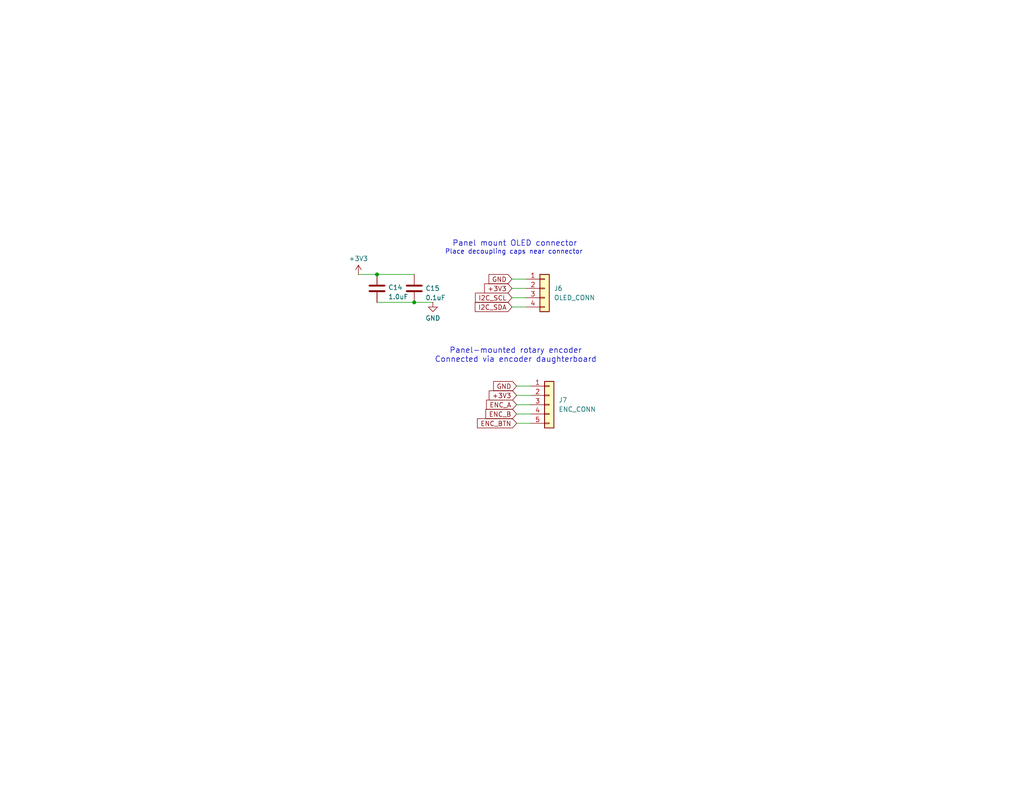
<source format=kicad_sch>
(kicad_sch (version 20250114) (generator "eeschema") (generator_version "9.0")
  (paper "USLetter")
  (title_block (title "MeatReader UI") (date "2026-01-17") (rev "B"))
  (lib_symbols
    (symbol "Connector_Generic:Conn_01x04" (pin_names (offset 1.016) (hide yes))
      (property "Reference" "J" (at 0 5.08 0))
      (property "Value" "Conn_01x04" (at 0 -7.62 0))
      (symbol "Conn_01x04_1_1"
        (rectangle (start -1.27 3.81) (end 1.27 -6.35) (stroke (width 0.254)) (fill (type background)))
        (rectangle (start -1.27 2.667) (end 0 2.413) (stroke (width 0.1524)))
        (rectangle (start -1.27 0.127) (end 0 -0.127) (stroke (width 0.1524)))
        (rectangle (start -1.27 -2.413) (end 0 -2.667) (stroke (width 0.1524)))
        (rectangle (start -1.27 -4.953) (end 0 -5.207) (stroke (width 0.1524)))
        (pin passive line (at -5.08 2.54 0) (length 3.81) (name "Pin_1") (number "1"))
        (pin passive line (at -5.08 0 0) (length 3.81) (name "Pin_2") (number "2"))
        (pin passive line (at -5.08 -2.54 0) (length 3.81) (name "Pin_3") (number "3"))
        (pin passive line (at -5.08 -5.08 0) (length 3.81) (name "Pin_4") (number "4"))
      )
    )
    (symbol "Connector_Generic:Conn_01x05" (pin_names (offset 1.016) (hide yes))
      (property "Reference" "J" (at 0 7.62 0))
      (property "Value" "Conn_01x05" (at 0 -7.62 0))
      (symbol "Conn_01x05_1_1"
        (rectangle (start -1.27 6.35) (end 1.27 -6.35) (stroke (width 0.254)) (fill (type background)))
        (rectangle (start -1.27 5.207) (end 0 4.953) (stroke (width 0.1524)))
        (rectangle (start -1.27 2.667) (end 0 2.413) (stroke (width 0.1524)))
        (rectangle (start -1.27 0.127) (end 0 -0.127) (stroke (width 0.1524)))
        (rectangle (start -1.27 -2.413) (end 0 -2.667) (stroke (width 0.1524)))
        (rectangle (start -1.27 -4.953) (end 0 -5.207) (stroke (width 0.1524)))
        (pin passive line (at -5.08 5.08 0) (length 3.81) (name "Pin_1") (number "1"))
        (pin passive line (at -5.08 2.54 0) (length 3.81) (name "Pin_2") (number "2"))
        (pin passive line (at -5.08 0 0) (length 3.81) (name "Pin_3") (number "3"))
        (pin passive line (at -5.08 -2.54 0) (length 3.81) (name "Pin_4") (number "4"))
        (pin passive line (at -5.08 -5.08 0) (length 3.81) (name "Pin_5") (number "5"))
      )
    )
    (symbol "Device:C" (pin_numbers (hide yes)) (pin_names (offset 0.254))
      (property "Reference" "C" (at 0.635 2.54 0))
      (property "Value" "C" (at 0.635 -2.54 0))
      (symbol "C_0_1"
        (polyline (pts (xy -2.032 0.762) (xy 2.032 0.762)) (stroke (width 0.508)))
        (polyline (pts (xy -2.032 -0.762) (xy 2.032 -0.762)) (stroke (width 0.508)))
      )
      (symbol "C_1_1"
        (pin passive line (at 0 3.81 270) (length 2.794) (name "~") (number "1"))
        (pin passive line (at 0 -3.81 90) (length 2.794) (name "~") (number "2"))
      )
    )
    (symbol "power:+3V3" (power) (pin_numbers (hide yes)) (pin_names (offset 0) (hide yes))
      (property "Value" "+3V3" (at 0 3.556 0))
      (symbol "+3V3_0_1"
        (polyline (pts (xy -0.762 1.27) (xy 0 2.54)))
        (polyline (pts (xy 0 2.54) (xy 0.762 1.27)))
        (polyline (pts (xy 0 0) (xy 0 2.54)))
      )
      (symbol "+3V3_1_1"
        (pin power_in line (at 0 0 90) (length 0) (name "~") (number "1"))
      )
    )
    (symbol "power:GND" (power) (pin_numbers (hide yes)) (pin_names (offset 0) (hide yes))
      (property "Value" "GND" (at 0 -3.81 0))
      (symbol "GND_0_1"
        (polyline (pts (xy 0 0) (xy 0 -1.27) (xy 1.27 -1.27) (xy 0 -2.54) (xy -1.27 -1.27) (xy 0 -1.27)))
      )
      (symbol "GND_1_1"
        (pin power_in line (at 0 0 270) (length 0) (name "~") (number "1"))
      )
    )
  )
  (text "Panel-mounted rotary encoder\nConnected via encoder daughterboard" (at 140.716 97.028 0) (effects (font (size 1.524 1.524))))
  (text "Place decoupling caps near connector" (at 140.208 68.834 0) (effects (font (size 1.27 1.27))))
  (text "Panel mount OLED connector" (at 140.462 66.548 0) (effects (font (size 1.524 1.524))))
  (junction (at 102.87 74.93))
  (junction (at 113.03 82.55))
  (wire (pts (xy 140.97 105.41) (xy 144.78 105.41)))
  (wire (pts (xy 139.7 78.74) (xy 143.51 78.74)))
  (wire (pts (xy 140.97 107.95) (xy 144.78 107.95)))
  (wire (pts (xy 139.7 76.2) (xy 143.51 76.2)))
  (wire (pts (xy 140.97 110.49) (xy 144.78 110.49)))
  (wire (pts (xy 102.87 82.55) (xy 113.03 82.55)))
  (wire (pts (xy 139.7 83.82) (xy 143.51 83.82)))
  (wire (pts (xy 140.97 113.03) (xy 144.78 113.03)))
  (wire (pts (xy 102.87 74.93) (xy 113.03 74.93)))
  (wire (pts (xy 140.97 115.57) (xy 144.78 115.57)))
  (wire (pts (xy 113.03 82.55) (xy 118.11 82.55)))
  (wire (pts (xy 97.79 74.93) (xy 102.87 74.93)))
  (wire (pts (xy 139.7 81.28) (xy 143.51 81.28)))
  (global_label "ENC_A" (shape input) (at 140.97 110.49 180) (property "Intersheetrefs" "${INTERSHEET_REFS}" (effects (hide yes))))
  (global_label "I2C_SCL" (shape input) (at 139.7 81.28 180) (property "Intersheetrefs" "${INTERSHEET_REFS}" (effects (hide yes))))
  (global_label "ENC_B" (shape input) (at 140.97 113.03 180) (property "Intersheetrefs" "${INTERSHEET_REFS}" (effects (hide yes))))
  (global_label "GND" (shape input) (at 139.7 76.2 180) (property "Intersheetrefs" "${INTERSHEET_REFS}" (effects (hide yes))))
  (global_label "+3V3" (shape input) (at 139.7 78.74 180) (property "Intersheetrefs" "${INTERSHEET_REFS}" (effects (hide yes))))
  (global_label "+3V3" (shape input) (at 140.97 107.95 180) (property "Intersheetrefs" "${INTERSHEET_REFS}" (effects (hide yes))))
  (global_label "GND" (shape input) (at 140.97 105.41 180) (property "Intersheetrefs" "${INTERSHEET_REFS}" (effects (hide yes))))
  (global_label "I2C_SDA" (shape input) (at 139.7 83.82 180) (property "Intersheetrefs" "${INTERSHEET_REFS}" (effects (hide yes))))
  (global_label "ENC_BTN" (shape input) (at 140.97 115.57 180) (property "Intersheetrefs" "${INTERSHEET_REFS}" (effects (hide yes))))
  (symbol (lib_id "Device:C") (at 113.03 78.74 0) (unit 1)
    (property "Reference" "C15" (at 116.078 78.74 0) (effects (justify left)))
    (property "Value" "0.1uF" (at 116.078 81.28 0) (effects (justify left)))
    (property "Footprint" "Capacitor_SMD:C_0603_1608Metric" (effects (hide yes)))
    (property "Description" "Unpolarized capacitor" (effects (hide yes)))
  )
  (symbol (lib_id "Connector_Generic:Conn_01x05") (at 149.86 110.49 0) (unit 1)
    (property "Reference" "J7" (at 152.4 109.2199 0) (effects (justify left)))
    (property "Value" "ENC_CONN" (at 152.4 111.7599 0) (effects (justify left)))
    (property "Footprint" "Connector_JST:JST_XH_B5B-XH-AM_1x05_P2.50mm_Vertical" (effects (hide yes)))
    (property "Description" "Generic connector, single row, 01x05, script generated (kicad-library-utils/schlib/autogen/connector/)" (effects (hide yes)))
  )
  (symbol (lib_id "Connector_Generic:Conn_01x04") (at 148.59 78.74 0) (unit 1)
    (property "Reference" "J6" (at 151.13 78.7399 0) (effects (justify left)))
    (property "Value" "OLED_CONN" (at 151.13 81.2799 0) (effects (justify left)))
    (property "Footprint" "Connector_JST:JST_XH_B4B-XH-AM_1x04_P2.50mm_Vertical" (effects (hide yes)))
    (property "Description" "Generic connector, single row, 01x04, script generated (kicad-library-utils/schlib/autogen/connector/)" (effects (hide yes)))
  )
  (symbol (lib_id "power:+3V3") (at 97.79 74.93 0) (unit 1)
    (property "Reference" "#PWR026" (effects (hide yes)))
    (property "Value" "+3V3" (at 97.79 70.612 0))
    (property "Description" "Power symbol creates a global label with name \"+3V3\"" (effects (hide yes)))
  )
  (symbol (lib_id "power:GND") (at 118.11 82.55 0) (unit 1)
    (property "Reference" "#PWR027" (effects (hide yes)))
    (property "Value" "GND" (at 118.11 86.868 0))
    (property "Description" "Power symbol creates a global label with name \"GND\" , ground" (effects (hide yes)))
  )
  (symbol (lib_id "Device:C") (at 102.87 78.74 0) (unit 1)
    (property "Reference" "C14" (at 105.918 78.486 0) (effects (justify left)))
    (property "Value" "1.0uF" (at 105.918 81.026 0) (effects (justify left)))
    (property "Footprint" "Capacitor_SMD:C_0603_1608Metric" (effects (hide yes)))
    (property "Description" "Unpolarized capacitor" (effects (hide yes)))
  )
)
</source>
